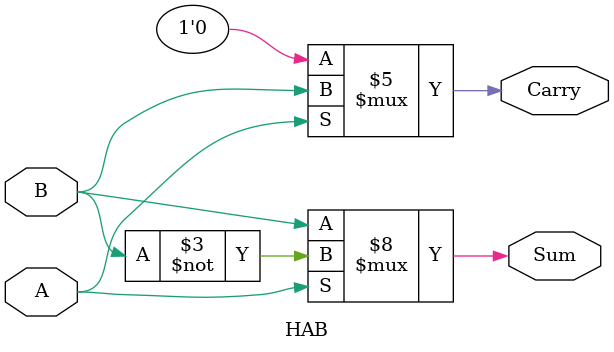
<source format=v>
`timescale 1ns / 1ps


module HAB(A,B,Sum,Carry);
input A,B;
output reg Sum,Carry;
always @(*)
begin
if(A==1)
begin
    Sum = ~B;
    Carry = B;
end
else 
begin
    Sum = B;
    Carry = 0;
end
end
endmodule

</source>
